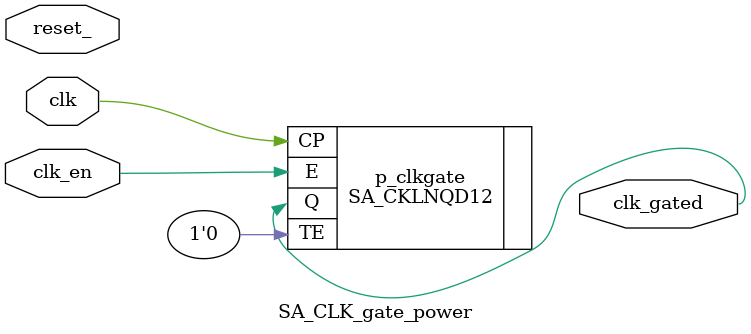
<source format=v>
module SA_CLK_gate_power (clk, reset_, clk_en, clk_gated);
input clk, reset_, clk_en;
output clk_gated;
`ifdef VLIB_BYPASS_POWER_CG
assign clk_gated = clk;
`else
SA_CKLNQD12 p_clkgate (.TE(1'b0), .CP(clk), .E(clk_en), .Q(clk_gated));
`endif // VLIB_BYPASS_POWER_CG
// the gated clk better not be x after reset
//
`ifdef VERILINT
`else
// synopsys translate_off
reg disable_asserts; initial disable_asserts = $test$plusargs( "disable_sa_clk_gate_asserts" ) != 0;
sa_assert_no_x #(0, 1, 0, "clk_gated is X after reset" )
    clk_not_x( .clk( clk ), .reset_( reset_ || disable_asserts ), .start_event( 1'b1 ), .test_expr( clk_gated ) );
// Above assert is not reliable for catching X on clk_en. See bug 872824.
sa_assert_no_x #(0, 1, 0, "clk_en is X after reset" )
    clk_en_not_x( .clk( clk ), .reset_( reset_ || disable_asserts ), .start_event( 1'b1 ), .test_expr( clk_en ) );
// synopsys translate_on
`endif
endmodule // SA_CLK_gate

</source>
